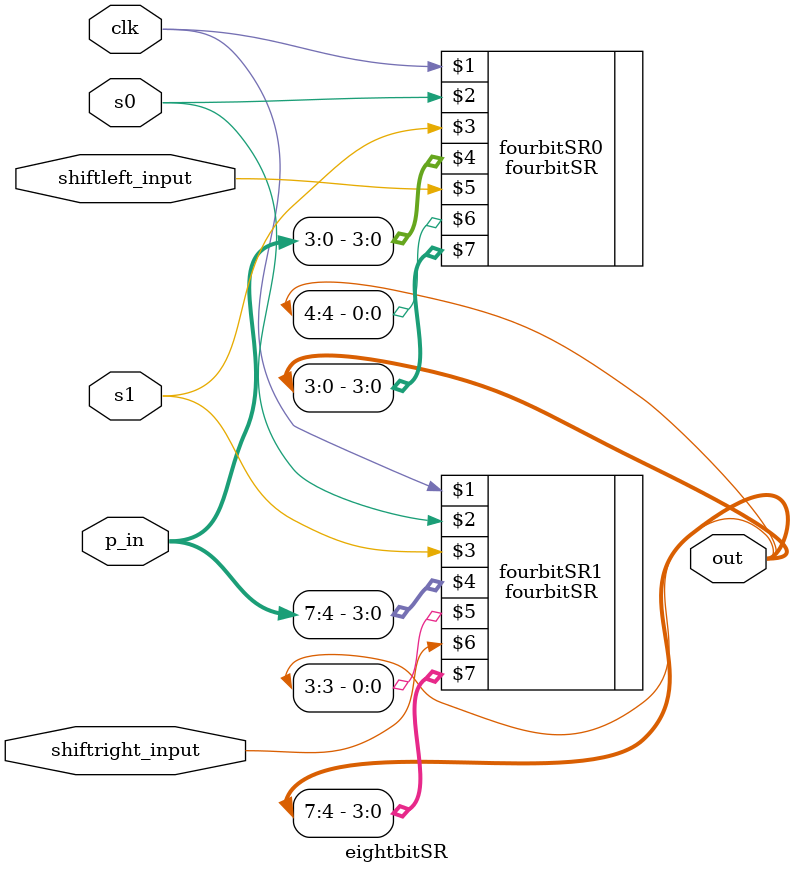
<source format=v>
`include "4bitSR.v"

module eightbitSR(clk,s0,s1,p_in,shiftleft_input,shiftright_input,out);
input  [7:0] p_in;
input clk,s0,s1,shiftleft_input,shiftright_input;
output [7:0] out;

fourbitSR fourbitSR0(clk,s0,s1,p_in[3:0],shiftleft_input,out[4],out[3:0]);
fourbitSR fourbitSR1(clk,s0,s1,p_in[7:4],out[3],shiftright_input,out[7:4]);

endmodule
</source>
